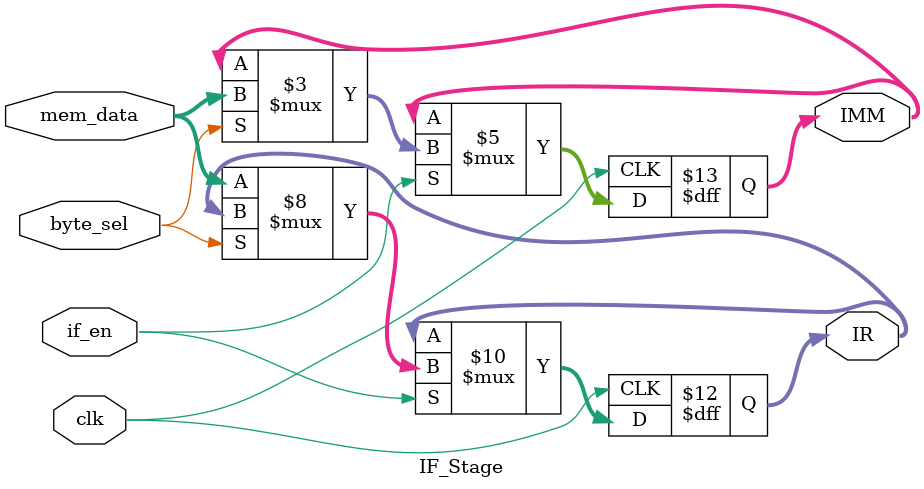
<source format=v>
module IF_Stage (
input clk , byte_sel , if_en ,
input [7:0] mem_data , 
output reg [7:0] IR,
output reg [7:0] IMM
);
always @(posedge clk) begin
    if (if_en) begin
        if (byte_sel)
            IMM <= mem_data;
        else
            IR <= mem_data;
    end
end
endmodule
</source>
